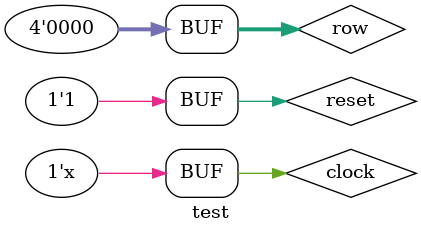
<source format=v>
`timescale 1ns / 1ps


module test;
    wire [3:0] col, AN;
    wire [6:0] C;
    wire [3:0] current_state;
    wire [3:0] code;
    reg [3:0] row;
    reg clock, reset;
    lab_6 UUT(row,clock,reset,col,AN,C, current_state, code);
    initial begin
        #0 clock=1;reset=0;row=0;
        #5 row=4'b0001;
        #5 reset = 1;
        #20 row=4'b0000;
    end
    always #1 clock=~clock;
endmodule

</source>
